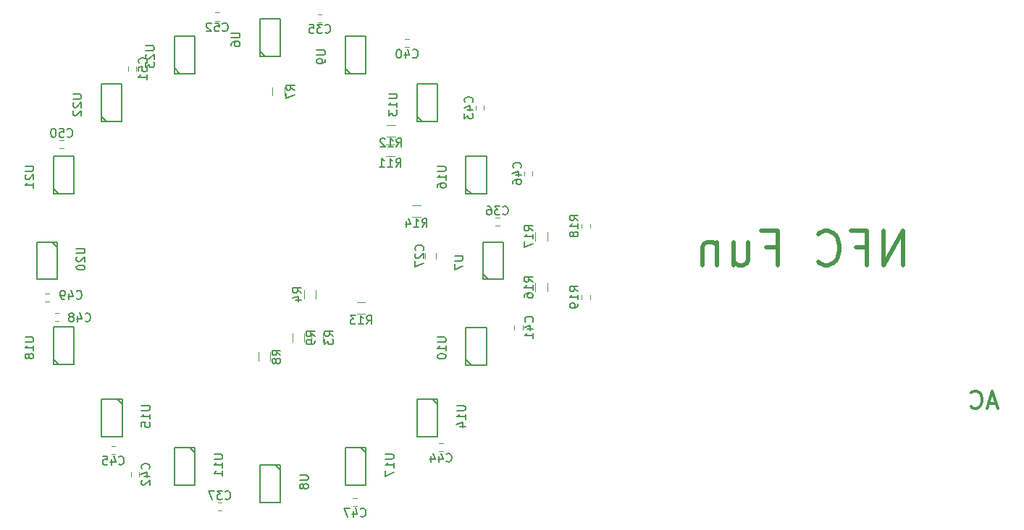
<source format=gbr>
G04 #@! TF.FileFunction,Legend,Bot*
%FSLAX46Y46*%
G04 Gerber Fmt 4.6, Leading zero omitted, Abs format (unit mm)*
G04 Created by KiCad (PCBNEW 4.0.6) date 05/01/18 07:54:48*
%MOMM*%
%LPD*%
G01*
G04 APERTURE LIST*
%ADD10C,0.100000*%
%ADD11C,0.300000*%
%ADD12C,0.500000*%
%ADD13C,0.120000*%
%ADD14C,0.150000*%
G04 APERTURE END LIST*
D10*
D11*
X172976991Y-82121333D02*
X172024610Y-82121333D01*
X173167467Y-82692762D02*
X172500800Y-80692762D01*
X171834133Y-82692762D01*
X170024609Y-82502286D02*
X170119847Y-82597524D01*
X170405562Y-82692762D01*
X170596038Y-82692762D01*
X170881752Y-82597524D01*
X171072228Y-82407048D01*
X171167467Y-82216571D01*
X171262705Y-81835619D01*
X171262705Y-81549905D01*
X171167467Y-81168952D01*
X171072228Y-80978476D01*
X170881752Y-80788000D01*
X170596038Y-80692762D01*
X170405562Y-80692762D01*
X170119847Y-80788000D01*
X170024609Y-80883238D01*
D12*
X162031485Y-65919124D02*
X162031485Y-61919124D01*
X159745771Y-65919124D01*
X159745771Y-61919124D01*
X156507676Y-63823886D02*
X157841009Y-63823886D01*
X157841009Y-65919124D02*
X157841009Y-61919124D01*
X155936247Y-61919124D01*
X152126724Y-65538171D02*
X152317200Y-65728648D01*
X152888629Y-65919124D01*
X153269581Y-65919124D01*
X153841009Y-65728648D01*
X154221962Y-65347695D01*
X154412438Y-64966743D01*
X154602914Y-64204838D01*
X154602914Y-63633410D01*
X154412438Y-62871505D01*
X154221962Y-62490552D01*
X153841009Y-62109600D01*
X153269581Y-61919124D01*
X152888629Y-61919124D01*
X152317200Y-62109600D01*
X152126724Y-62300076D01*
X146031486Y-63823886D02*
X147364819Y-63823886D01*
X147364819Y-65919124D02*
X147364819Y-61919124D01*
X145460057Y-61919124D01*
X142221962Y-63252457D02*
X142221962Y-65919124D01*
X143936248Y-63252457D02*
X143936248Y-65347695D01*
X143745772Y-65728648D01*
X143364819Y-65919124D01*
X142793391Y-65919124D01*
X142412439Y-65728648D01*
X142221962Y-65538171D01*
X140317200Y-63252457D02*
X140317200Y-65919124D01*
X140317200Y-63633410D02*
X140126724Y-63442933D01*
X139745771Y-63252457D01*
X139174343Y-63252457D01*
X138793391Y-63442933D01*
X138602914Y-63823886D01*
X138602914Y-65919124D01*
D13*
X106207000Y-64483500D02*
X106207000Y-65183500D01*
X107407000Y-65183500D02*
X107407000Y-64483500D01*
X94103000Y-37490500D02*
X93603000Y-37490500D01*
X93603000Y-36550500D02*
X94103000Y-36550500D01*
X114367500Y-60363000D02*
X114867500Y-60363000D01*
X114867500Y-61303000D02*
X114367500Y-61303000D01*
X81919000Y-93700500D02*
X82419000Y-93700500D01*
X82419000Y-94640500D02*
X81919000Y-94640500D01*
X104326500Y-40411500D02*
X103826500Y-40411500D01*
X103826500Y-39471500D02*
X104326500Y-39471500D01*
X117564000Y-72965500D02*
X117564000Y-73465500D01*
X116624000Y-73465500D02*
X116624000Y-72965500D01*
X72733000Y-90174000D02*
X72733000Y-90674000D01*
X71793000Y-90674000D02*
X71793000Y-90174000D01*
X112115500Y-47748000D02*
X112115500Y-47248000D01*
X113055500Y-47248000D02*
X113055500Y-47748000D01*
X108263500Y-87719000D02*
X107763500Y-87719000D01*
X107763500Y-86779000D02*
X108263500Y-86779000D01*
X69973000Y-88036500D02*
X69473000Y-88036500D01*
X69473000Y-87096500D02*
X69973000Y-87096500D01*
X117767000Y-55431500D02*
X117767000Y-54931500D01*
X118707000Y-54931500D02*
X118707000Y-55431500D01*
X98230500Y-94132500D02*
X97730500Y-94132500D01*
X97730500Y-93192500D02*
X98230500Y-93192500D01*
X62869000Y-71539000D02*
X63369000Y-71539000D01*
X63369000Y-72479000D02*
X62869000Y-72479000D01*
X92855500Y-73922000D02*
X92855500Y-74922000D01*
X94215500Y-74922000D02*
X94215500Y-73922000D01*
X93390000Y-69842000D02*
X93390000Y-68842000D01*
X92030000Y-68842000D02*
X92030000Y-69842000D01*
X88347000Y-45093000D02*
X88347000Y-46093000D01*
X89707000Y-46093000D02*
X89707000Y-45093000D01*
X86696000Y-76144500D02*
X86696000Y-77144500D01*
X88056000Y-77144500D02*
X88056000Y-76144500D01*
X90696500Y-73922000D02*
X90696500Y-74922000D01*
X92056500Y-74922000D02*
X92056500Y-73922000D01*
X102608000Y-51834500D02*
X101608000Y-51834500D01*
X101608000Y-53194500D02*
X102608000Y-53194500D01*
X102671500Y-49485000D02*
X101671500Y-49485000D01*
X101671500Y-50845000D02*
X102671500Y-50845000D01*
X99179000Y-70249500D02*
X98179000Y-70249500D01*
X98179000Y-71609500D02*
X99179000Y-71609500D01*
X105656000Y-58883000D02*
X104656000Y-58883000D01*
X104656000Y-60243000D02*
X105656000Y-60243000D01*
X120441000Y-69016500D02*
X120441000Y-68016500D01*
X119081000Y-68016500D02*
X119081000Y-69016500D01*
X120441000Y-63047500D02*
X120441000Y-62047500D01*
X119081000Y-62047500D02*
X119081000Y-63047500D01*
D14*
X87451000Y-41500000D02*
X86851000Y-40900000D01*
X86851000Y-37100000D02*
X86851000Y-41100000D01*
X89251000Y-41500000D02*
X89251000Y-37100000D01*
X86851000Y-41100000D02*
X86851000Y-41500000D01*
X89251000Y-37100000D02*
X86851000Y-37100000D01*
X89251000Y-41500000D02*
X86851000Y-41500000D01*
X113551000Y-67600000D02*
X112951000Y-67000000D01*
X112951000Y-63200000D02*
X112951000Y-67200000D01*
X115351000Y-67600000D02*
X115351000Y-63200000D01*
X112951000Y-67200000D02*
X112951000Y-67600000D01*
X115351000Y-63200000D02*
X112951000Y-63200000D01*
X115351000Y-67600000D02*
X112951000Y-67600000D01*
X88651000Y-89300000D02*
X89251000Y-89900000D01*
X89251000Y-93700000D02*
X89251000Y-89700000D01*
X86851000Y-89300000D02*
X86851000Y-93700000D01*
X89251000Y-89700000D02*
X89251000Y-89300000D01*
X86851000Y-93700000D02*
X89251000Y-93700000D01*
X86851000Y-89300000D02*
X89251000Y-89300000D01*
X97451000Y-43500000D02*
X96851000Y-42900000D01*
X96851000Y-39100000D02*
X96851000Y-43100000D01*
X99251000Y-43500000D02*
X99251000Y-39100000D01*
X96851000Y-43100000D02*
X96851000Y-43500000D01*
X99251000Y-39100000D02*
X96851000Y-39100000D01*
X99251000Y-43500000D02*
X96851000Y-43500000D01*
X111551000Y-77600000D02*
X110951000Y-77000000D01*
X110951000Y-73200000D02*
X110951000Y-77200000D01*
X113351000Y-77600000D02*
X113351000Y-73200000D01*
X110951000Y-77200000D02*
X110951000Y-77600000D01*
X113351000Y-73200000D02*
X110951000Y-73200000D01*
X113351000Y-77600000D02*
X110951000Y-77600000D01*
X78651000Y-87300000D02*
X79251000Y-87900000D01*
X79251000Y-91700000D02*
X79251000Y-87700000D01*
X76851000Y-87300000D02*
X76851000Y-91700000D01*
X79251000Y-87700000D02*
X79251000Y-87300000D01*
X76851000Y-91700000D02*
X79251000Y-91700000D01*
X76851000Y-87300000D02*
X79251000Y-87300000D01*
X105851000Y-49100000D02*
X105251000Y-48500000D01*
X105251000Y-44700000D02*
X105251000Y-48700000D01*
X107651000Y-49100000D02*
X107651000Y-44700000D01*
X105251000Y-48700000D02*
X105251000Y-49100000D01*
X107651000Y-44700000D02*
X105251000Y-44700000D01*
X107651000Y-49100000D02*
X105251000Y-49100000D01*
X107026000Y-81620000D02*
X107626000Y-82220000D01*
X107626000Y-86020000D02*
X107626000Y-82020000D01*
X105226000Y-81620000D02*
X105226000Y-86020000D01*
X107626000Y-82020000D02*
X107626000Y-81620000D01*
X105226000Y-86020000D02*
X107626000Y-86020000D01*
X105226000Y-81620000D02*
X107626000Y-81620000D01*
X70151000Y-81600000D02*
X70751000Y-82200000D01*
X70751000Y-86000000D02*
X70751000Y-82000000D01*
X68351000Y-81600000D02*
X68351000Y-86000000D01*
X70751000Y-82000000D02*
X70751000Y-81600000D01*
X68351000Y-86000000D02*
X70751000Y-86000000D01*
X68351000Y-81600000D02*
X70751000Y-81600000D01*
X111551000Y-57600000D02*
X110951000Y-57000000D01*
X110951000Y-53200000D02*
X110951000Y-57200000D01*
X113351000Y-57600000D02*
X113351000Y-53200000D01*
X110951000Y-57200000D02*
X110951000Y-57600000D01*
X113351000Y-53200000D02*
X110951000Y-53200000D01*
X113351000Y-57600000D02*
X110951000Y-57600000D01*
X98651000Y-87300000D02*
X99251000Y-87900000D01*
X99251000Y-91700000D02*
X99251000Y-87700000D01*
X96851000Y-87300000D02*
X96851000Y-91700000D01*
X99251000Y-87700000D02*
X99251000Y-87300000D01*
X96851000Y-91700000D02*
X99251000Y-91700000D01*
X96851000Y-87300000D02*
X99251000Y-87300000D01*
X63344500Y-77574500D02*
X62744500Y-76974500D01*
X62744500Y-73174500D02*
X62744500Y-77174500D01*
X65144500Y-77574500D02*
X65144500Y-73174500D01*
X62744500Y-77174500D02*
X62744500Y-77574500D01*
X65144500Y-73174500D02*
X62744500Y-73174500D01*
X65144500Y-77574500D02*
X62744500Y-77574500D01*
D13*
X124438000Y-61591000D02*
X124438000Y-61091000D01*
X125498000Y-61091000D02*
X125498000Y-61591000D01*
X124438000Y-69909500D02*
X124438000Y-69409500D01*
X125498000Y-69409500D02*
X125498000Y-69909500D01*
X62226000Y-70193000D02*
X61726000Y-70193000D01*
X61726000Y-69253000D02*
X62226000Y-69253000D01*
X63440500Y-51282500D02*
X63940500Y-51282500D01*
X63940500Y-52222500D02*
X63440500Y-52222500D01*
X72415500Y-42676000D02*
X72415500Y-43176000D01*
X71475500Y-43176000D02*
X71475500Y-42676000D01*
X82101500Y-37300000D02*
X81601500Y-37300000D01*
X81601500Y-36360000D02*
X82101500Y-36360000D01*
D14*
X62551000Y-63200000D02*
X63151000Y-63800000D01*
X63151000Y-67600000D02*
X63151000Y-63600000D01*
X60751000Y-63200000D02*
X60751000Y-67600000D01*
X63151000Y-63600000D02*
X63151000Y-63200000D01*
X60751000Y-67600000D02*
X63151000Y-67600000D01*
X60751000Y-63200000D02*
X63151000Y-63200000D01*
X63344500Y-57572000D02*
X62744500Y-56972000D01*
X62744500Y-53172000D02*
X62744500Y-57172000D01*
X65144500Y-57572000D02*
X65144500Y-53172000D01*
X62744500Y-57172000D02*
X62744500Y-57572000D01*
X65144500Y-53172000D02*
X62744500Y-53172000D01*
X65144500Y-57572000D02*
X62744500Y-57572000D01*
X68932500Y-49126500D02*
X68332500Y-48526500D01*
X68332500Y-44726500D02*
X68332500Y-48726500D01*
X70732500Y-49126500D02*
X70732500Y-44726500D01*
X68332500Y-48726500D02*
X68332500Y-49126500D01*
X70732500Y-44726500D02*
X68332500Y-44726500D01*
X70732500Y-49126500D02*
X68332500Y-49126500D01*
X77441500Y-43475000D02*
X76841500Y-42875000D01*
X76841500Y-39075000D02*
X76841500Y-43075000D01*
X79241500Y-43475000D02*
X79241500Y-39075000D01*
X76841500Y-43075000D02*
X76841500Y-43475000D01*
X79241500Y-39075000D02*
X76841500Y-39075000D01*
X79241500Y-43475000D02*
X76841500Y-43475000D01*
X105914143Y-64190643D02*
X105961762Y-64143024D01*
X106009381Y-64000167D01*
X106009381Y-63904929D01*
X105961762Y-63762071D01*
X105866524Y-63666833D01*
X105771286Y-63619214D01*
X105580810Y-63571595D01*
X105437952Y-63571595D01*
X105247476Y-63619214D01*
X105152238Y-63666833D01*
X105057000Y-63762071D01*
X105009381Y-63904929D01*
X105009381Y-64000167D01*
X105057000Y-64143024D01*
X105104619Y-64190643D01*
X105104619Y-64571595D02*
X105057000Y-64619214D01*
X105009381Y-64714452D01*
X105009381Y-64952548D01*
X105057000Y-65047786D01*
X105104619Y-65095405D01*
X105199857Y-65143024D01*
X105295095Y-65143024D01*
X105437952Y-65095405D01*
X106009381Y-64523976D01*
X106009381Y-65143024D01*
X105009381Y-65476357D02*
X105009381Y-66143024D01*
X106009381Y-65714452D01*
X94495857Y-38647643D02*
X94543476Y-38695262D01*
X94686333Y-38742881D01*
X94781571Y-38742881D01*
X94924429Y-38695262D01*
X95019667Y-38600024D01*
X95067286Y-38504786D01*
X95114905Y-38314310D01*
X95114905Y-38171452D01*
X95067286Y-37980976D01*
X95019667Y-37885738D01*
X94924429Y-37790500D01*
X94781571Y-37742881D01*
X94686333Y-37742881D01*
X94543476Y-37790500D01*
X94495857Y-37838119D01*
X94162524Y-37742881D02*
X93543476Y-37742881D01*
X93876810Y-38123833D01*
X93733952Y-38123833D01*
X93638714Y-38171452D01*
X93591095Y-38219071D01*
X93543476Y-38314310D01*
X93543476Y-38552405D01*
X93591095Y-38647643D01*
X93638714Y-38695262D01*
X93733952Y-38742881D01*
X94019667Y-38742881D01*
X94114905Y-38695262D01*
X94162524Y-38647643D01*
X92638714Y-37742881D02*
X93114905Y-37742881D01*
X93162524Y-38219071D01*
X93114905Y-38171452D01*
X93019667Y-38123833D01*
X92781571Y-38123833D01*
X92686333Y-38171452D01*
X92638714Y-38219071D01*
X92591095Y-38314310D01*
X92591095Y-38552405D01*
X92638714Y-38647643D01*
X92686333Y-38695262D01*
X92781571Y-38742881D01*
X93019667Y-38742881D01*
X93114905Y-38695262D01*
X93162524Y-38647643D01*
X115260357Y-59920143D02*
X115307976Y-59967762D01*
X115450833Y-60015381D01*
X115546071Y-60015381D01*
X115688929Y-59967762D01*
X115784167Y-59872524D01*
X115831786Y-59777286D01*
X115879405Y-59586810D01*
X115879405Y-59443952D01*
X115831786Y-59253476D01*
X115784167Y-59158238D01*
X115688929Y-59063000D01*
X115546071Y-59015381D01*
X115450833Y-59015381D01*
X115307976Y-59063000D01*
X115260357Y-59110619D01*
X114927024Y-59015381D02*
X114307976Y-59015381D01*
X114641310Y-59396333D01*
X114498452Y-59396333D01*
X114403214Y-59443952D01*
X114355595Y-59491571D01*
X114307976Y-59586810D01*
X114307976Y-59824905D01*
X114355595Y-59920143D01*
X114403214Y-59967762D01*
X114498452Y-60015381D01*
X114784167Y-60015381D01*
X114879405Y-59967762D01*
X114927024Y-59920143D01*
X113450833Y-59015381D02*
X113641310Y-59015381D01*
X113736548Y-59063000D01*
X113784167Y-59110619D01*
X113879405Y-59253476D01*
X113927024Y-59443952D01*
X113927024Y-59824905D01*
X113879405Y-59920143D01*
X113831786Y-59967762D01*
X113736548Y-60015381D01*
X113546071Y-60015381D01*
X113450833Y-59967762D01*
X113403214Y-59920143D01*
X113355595Y-59824905D01*
X113355595Y-59586810D01*
X113403214Y-59491571D01*
X113450833Y-59443952D01*
X113546071Y-59396333D01*
X113736548Y-59396333D01*
X113831786Y-59443952D01*
X113879405Y-59491571D01*
X113927024Y-59586810D01*
X82811857Y-93257643D02*
X82859476Y-93305262D01*
X83002333Y-93352881D01*
X83097571Y-93352881D01*
X83240429Y-93305262D01*
X83335667Y-93210024D01*
X83383286Y-93114786D01*
X83430905Y-92924310D01*
X83430905Y-92781452D01*
X83383286Y-92590976D01*
X83335667Y-92495738D01*
X83240429Y-92400500D01*
X83097571Y-92352881D01*
X83002333Y-92352881D01*
X82859476Y-92400500D01*
X82811857Y-92448119D01*
X82478524Y-92352881D02*
X81859476Y-92352881D01*
X82192810Y-92733833D01*
X82049952Y-92733833D01*
X81954714Y-92781452D01*
X81907095Y-92829071D01*
X81859476Y-92924310D01*
X81859476Y-93162405D01*
X81907095Y-93257643D01*
X81954714Y-93305262D01*
X82049952Y-93352881D01*
X82335667Y-93352881D01*
X82430905Y-93305262D01*
X82478524Y-93257643D01*
X81526143Y-92352881D02*
X80859476Y-92352881D01*
X81288048Y-93352881D01*
X104719357Y-41568643D02*
X104766976Y-41616262D01*
X104909833Y-41663881D01*
X105005071Y-41663881D01*
X105147929Y-41616262D01*
X105243167Y-41521024D01*
X105290786Y-41425786D01*
X105338405Y-41235310D01*
X105338405Y-41092452D01*
X105290786Y-40901976D01*
X105243167Y-40806738D01*
X105147929Y-40711500D01*
X105005071Y-40663881D01*
X104909833Y-40663881D01*
X104766976Y-40711500D01*
X104719357Y-40759119D01*
X103862214Y-40997214D02*
X103862214Y-41663881D01*
X104100310Y-40616262D02*
X104338405Y-41330548D01*
X103719357Y-41330548D01*
X103147929Y-40663881D02*
X103052690Y-40663881D01*
X102957452Y-40711500D01*
X102909833Y-40759119D01*
X102862214Y-40854357D01*
X102814595Y-41044833D01*
X102814595Y-41282929D01*
X102862214Y-41473405D01*
X102909833Y-41568643D01*
X102957452Y-41616262D01*
X103052690Y-41663881D01*
X103147929Y-41663881D01*
X103243167Y-41616262D01*
X103290786Y-41568643D01*
X103338405Y-41473405D01*
X103386024Y-41282929D01*
X103386024Y-41044833D01*
X103338405Y-40854357D01*
X103290786Y-40759119D01*
X103243167Y-40711500D01*
X103147929Y-40663881D01*
X118721143Y-72572643D02*
X118768762Y-72525024D01*
X118816381Y-72382167D01*
X118816381Y-72286929D01*
X118768762Y-72144071D01*
X118673524Y-72048833D01*
X118578286Y-72001214D01*
X118387810Y-71953595D01*
X118244952Y-71953595D01*
X118054476Y-72001214D01*
X117959238Y-72048833D01*
X117864000Y-72144071D01*
X117816381Y-72286929D01*
X117816381Y-72382167D01*
X117864000Y-72525024D01*
X117911619Y-72572643D01*
X118149714Y-73429786D02*
X118816381Y-73429786D01*
X117768762Y-73191690D02*
X118483048Y-72953595D01*
X118483048Y-73572643D01*
X118816381Y-74477405D02*
X118816381Y-73905976D01*
X118816381Y-74191690D02*
X117816381Y-74191690D01*
X117959238Y-74096452D01*
X118054476Y-74001214D01*
X118102095Y-73905976D01*
X73890143Y-89781143D02*
X73937762Y-89733524D01*
X73985381Y-89590667D01*
X73985381Y-89495429D01*
X73937762Y-89352571D01*
X73842524Y-89257333D01*
X73747286Y-89209714D01*
X73556810Y-89162095D01*
X73413952Y-89162095D01*
X73223476Y-89209714D01*
X73128238Y-89257333D01*
X73033000Y-89352571D01*
X72985381Y-89495429D01*
X72985381Y-89590667D01*
X73033000Y-89733524D01*
X73080619Y-89781143D01*
X73318714Y-90638286D02*
X73985381Y-90638286D01*
X72937762Y-90400190D02*
X73652048Y-90162095D01*
X73652048Y-90781143D01*
X73080619Y-91114476D02*
X73033000Y-91162095D01*
X72985381Y-91257333D01*
X72985381Y-91495429D01*
X73033000Y-91590667D01*
X73080619Y-91638286D01*
X73175857Y-91685905D01*
X73271095Y-91685905D01*
X73413952Y-91638286D01*
X73985381Y-91066857D01*
X73985381Y-91685905D01*
X111672643Y-46855143D02*
X111720262Y-46807524D01*
X111767881Y-46664667D01*
X111767881Y-46569429D01*
X111720262Y-46426571D01*
X111625024Y-46331333D01*
X111529786Y-46283714D01*
X111339310Y-46236095D01*
X111196452Y-46236095D01*
X111005976Y-46283714D01*
X110910738Y-46331333D01*
X110815500Y-46426571D01*
X110767881Y-46569429D01*
X110767881Y-46664667D01*
X110815500Y-46807524D01*
X110863119Y-46855143D01*
X111101214Y-47712286D02*
X111767881Y-47712286D01*
X110720262Y-47474190D02*
X111434548Y-47236095D01*
X111434548Y-47855143D01*
X110767881Y-48140857D02*
X110767881Y-48759905D01*
X111148833Y-48426571D01*
X111148833Y-48569429D01*
X111196452Y-48664667D01*
X111244071Y-48712286D01*
X111339310Y-48759905D01*
X111577405Y-48759905D01*
X111672643Y-48712286D01*
X111720262Y-48664667D01*
X111767881Y-48569429D01*
X111767881Y-48283714D01*
X111720262Y-48188476D01*
X111672643Y-48140857D01*
X108656357Y-88876143D02*
X108703976Y-88923762D01*
X108846833Y-88971381D01*
X108942071Y-88971381D01*
X109084929Y-88923762D01*
X109180167Y-88828524D01*
X109227786Y-88733286D01*
X109275405Y-88542810D01*
X109275405Y-88399952D01*
X109227786Y-88209476D01*
X109180167Y-88114238D01*
X109084929Y-88019000D01*
X108942071Y-87971381D01*
X108846833Y-87971381D01*
X108703976Y-88019000D01*
X108656357Y-88066619D01*
X107799214Y-88304714D02*
X107799214Y-88971381D01*
X108037310Y-87923762D02*
X108275405Y-88638048D01*
X107656357Y-88638048D01*
X106846833Y-88304714D02*
X106846833Y-88971381D01*
X107084929Y-87923762D02*
X107323024Y-88638048D01*
X106703976Y-88638048D01*
X70365857Y-89193643D02*
X70413476Y-89241262D01*
X70556333Y-89288881D01*
X70651571Y-89288881D01*
X70794429Y-89241262D01*
X70889667Y-89146024D01*
X70937286Y-89050786D01*
X70984905Y-88860310D01*
X70984905Y-88717452D01*
X70937286Y-88526976D01*
X70889667Y-88431738D01*
X70794429Y-88336500D01*
X70651571Y-88288881D01*
X70556333Y-88288881D01*
X70413476Y-88336500D01*
X70365857Y-88384119D01*
X69508714Y-88622214D02*
X69508714Y-89288881D01*
X69746810Y-88241262D02*
X69984905Y-88955548D01*
X69365857Y-88955548D01*
X68508714Y-88288881D02*
X68984905Y-88288881D01*
X69032524Y-88765071D01*
X68984905Y-88717452D01*
X68889667Y-88669833D01*
X68651571Y-88669833D01*
X68556333Y-88717452D01*
X68508714Y-88765071D01*
X68461095Y-88860310D01*
X68461095Y-89098405D01*
X68508714Y-89193643D01*
X68556333Y-89241262D01*
X68651571Y-89288881D01*
X68889667Y-89288881D01*
X68984905Y-89241262D01*
X69032524Y-89193643D01*
X117324143Y-54538643D02*
X117371762Y-54491024D01*
X117419381Y-54348167D01*
X117419381Y-54252929D01*
X117371762Y-54110071D01*
X117276524Y-54014833D01*
X117181286Y-53967214D01*
X116990810Y-53919595D01*
X116847952Y-53919595D01*
X116657476Y-53967214D01*
X116562238Y-54014833D01*
X116467000Y-54110071D01*
X116419381Y-54252929D01*
X116419381Y-54348167D01*
X116467000Y-54491024D01*
X116514619Y-54538643D01*
X116752714Y-55395786D02*
X117419381Y-55395786D01*
X116371762Y-55157690D02*
X117086048Y-54919595D01*
X117086048Y-55538643D01*
X116419381Y-56348167D02*
X116419381Y-56157690D01*
X116467000Y-56062452D01*
X116514619Y-56014833D01*
X116657476Y-55919595D01*
X116847952Y-55871976D01*
X117228905Y-55871976D01*
X117324143Y-55919595D01*
X117371762Y-55967214D01*
X117419381Y-56062452D01*
X117419381Y-56252929D01*
X117371762Y-56348167D01*
X117324143Y-56395786D01*
X117228905Y-56443405D01*
X116990810Y-56443405D01*
X116895571Y-56395786D01*
X116847952Y-56348167D01*
X116800333Y-56252929D01*
X116800333Y-56062452D01*
X116847952Y-55967214D01*
X116895571Y-55919595D01*
X116990810Y-55871976D01*
X98623357Y-95289643D02*
X98670976Y-95337262D01*
X98813833Y-95384881D01*
X98909071Y-95384881D01*
X99051929Y-95337262D01*
X99147167Y-95242024D01*
X99194786Y-95146786D01*
X99242405Y-94956310D01*
X99242405Y-94813452D01*
X99194786Y-94622976D01*
X99147167Y-94527738D01*
X99051929Y-94432500D01*
X98909071Y-94384881D01*
X98813833Y-94384881D01*
X98670976Y-94432500D01*
X98623357Y-94480119D01*
X97766214Y-94718214D02*
X97766214Y-95384881D01*
X98004310Y-94337262D02*
X98242405Y-95051548D01*
X97623357Y-95051548D01*
X97337643Y-94384881D02*
X96670976Y-94384881D01*
X97099548Y-95384881D01*
X66428857Y-72442343D02*
X66476476Y-72489962D01*
X66619333Y-72537581D01*
X66714571Y-72537581D01*
X66857429Y-72489962D01*
X66952667Y-72394724D01*
X67000286Y-72299486D01*
X67047905Y-72109010D01*
X67047905Y-71966152D01*
X67000286Y-71775676D01*
X66952667Y-71680438D01*
X66857429Y-71585200D01*
X66714571Y-71537581D01*
X66619333Y-71537581D01*
X66476476Y-71585200D01*
X66428857Y-71632819D01*
X65571714Y-71870914D02*
X65571714Y-72537581D01*
X65809810Y-71489962D02*
X66047905Y-72204248D01*
X65428857Y-72204248D01*
X64905048Y-71966152D02*
X65000286Y-71918533D01*
X65047905Y-71870914D01*
X65095524Y-71775676D01*
X65095524Y-71728057D01*
X65047905Y-71632819D01*
X65000286Y-71585200D01*
X64905048Y-71537581D01*
X64714571Y-71537581D01*
X64619333Y-71585200D01*
X64571714Y-71632819D01*
X64524095Y-71728057D01*
X64524095Y-71775676D01*
X64571714Y-71870914D01*
X64619333Y-71918533D01*
X64714571Y-71966152D01*
X64905048Y-71966152D01*
X65000286Y-72013771D01*
X65047905Y-72061390D01*
X65095524Y-72156629D01*
X65095524Y-72347105D01*
X65047905Y-72442343D01*
X65000286Y-72489962D01*
X64905048Y-72537581D01*
X64714571Y-72537581D01*
X64619333Y-72489962D01*
X64571714Y-72442343D01*
X64524095Y-72347105D01*
X64524095Y-72156629D01*
X64571714Y-72061390D01*
X64619333Y-72013771D01*
X64714571Y-71966152D01*
X95437881Y-74255334D02*
X94961690Y-73922000D01*
X95437881Y-73683905D02*
X94437881Y-73683905D01*
X94437881Y-74064858D01*
X94485500Y-74160096D01*
X94533119Y-74207715D01*
X94628357Y-74255334D01*
X94771214Y-74255334D01*
X94866452Y-74207715D01*
X94914071Y-74160096D01*
X94961690Y-74064858D01*
X94961690Y-73683905D01*
X94437881Y-74588667D02*
X94437881Y-75207715D01*
X94818833Y-74874381D01*
X94818833Y-75017239D01*
X94866452Y-75112477D01*
X94914071Y-75160096D01*
X95009310Y-75207715D01*
X95247405Y-75207715D01*
X95342643Y-75160096D01*
X95390262Y-75112477D01*
X95437881Y-75017239D01*
X95437881Y-74731524D01*
X95390262Y-74636286D01*
X95342643Y-74588667D01*
X91712381Y-69175334D02*
X91236190Y-68842000D01*
X91712381Y-68603905D02*
X90712381Y-68603905D01*
X90712381Y-68984858D01*
X90760000Y-69080096D01*
X90807619Y-69127715D01*
X90902857Y-69175334D01*
X91045714Y-69175334D01*
X91140952Y-69127715D01*
X91188571Y-69080096D01*
X91236190Y-68984858D01*
X91236190Y-68603905D01*
X91045714Y-70032477D02*
X91712381Y-70032477D01*
X90664762Y-69794381D02*
X91379048Y-69556286D01*
X91379048Y-70175334D01*
X90929381Y-45426334D02*
X90453190Y-45093000D01*
X90929381Y-44854905D02*
X89929381Y-44854905D01*
X89929381Y-45235858D01*
X89977000Y-45331096D01*
X90024619Y-45378715D01*
X90119857Y-45426334D01*
X90262714Y-45426334D01*
X90357952Y-45378715D01*
X90405571Y-45331096D01*
X90453190Y-45235858D01*
X90453190Y-44854905D01*
X89929381Y-45759667D02*
X89929381Y-46426334D01*
X90929381Y-45997762D01*
X89278381Y-76477834D02*
X88802190Y-76144500D01*
X89278381Y-75906405D02*
X88278381Y-75906405D01*
X88278381Y-76287358D01*
X88326000Y-76382596D01*
X88373619Y-76430215D01*
X88468857Y-76477834D01*
X88611714Y-76477834D01*
X88706952Y-76430215D01*
X88754571Y-76382596D01*
X88802190Y-76287358D01*
X88802190Y-75906405D01*
X88706952Y-77049262D02*
X88659333Y-76954024D01*
X88611714Y-76906405D01*
X88516476Y-76858786D01*
X88468857Y-76858786D01*
X88373619Y-76906405D01*
X88326000Y-76954024D01*
X88278381Y-77049262D01*
X88278381Y-77239739D01*
X88326000Y-77334977D01*
X88373619Y-77382596D01*
X88468857Y-77430215D01*
X88516476Y-77430215D01*
X88611714Y-77382596D01*
X88659333Y-77334977D01*
X88706952Y-77239739D01*
X88706952Y-77049262D01*
X88754571Y-76954024D01*
X88802190Y-76906405D01*
X88897429Y-76858786D01*
X89087905Y-76858786D01*
X89183143Y-76906405D01*
X89230762Y-76954024D01*
X89278381Y-77049262D01*
X89278381Y-77239739D01*
X89230762Y-77334977D01*
X89183143Y-77382596D01*
X89087905Y-77430215D01*
X88897429Y-77430215D01*
X88802190Y-77382596D01*
X88754571Y-77334977D01*
X88706952Y-77239739D01*
X93278881Y-74255334D02*
X92802690Y-73922000D01*
X93278881Y-73683905D02*
X92278881Y-73683905D01*
X92278881Y-74064858D01*
X92326500Y-74160096D01*
X92374119Y-74207715D01*
X92469357Y-74255334D01*
X92612214Y-74255334D01*
X92707452Y-74207715D01*
X92755071Y-74160096D01*
X92802690Y-74064858D01*
X92802690Y-73683905D01*
X93278881Y-74731524D02*
X93278881Y-74922000D01*
X93231262Y-75017239D01*
X93183643Y-75064858D01*
X93040786Y-75160096D01*
X92850310Y-75207715D01*
X92469357Y-75207715D01*
X92374119Y-75160096D01*
X92326500Y-75112477D01*
X92278881Y-75017239D01*
X92278881Y-74826762D01*
X92326500Y-74731524D01*
X92374119Y-74683905D01*
X92469357Y-74636286D01*
X92707452Y-74636286D01*
X92802690Y-74683905D01*
X92850310Y-74731524D01*
X92897929Y-74826762D01*
X92897929Y-75017239D01*
X92850310Y-75112477D01*
X92802690Y-75160096D01*
X92707452Y-75207715D01*
X102750857Y-54416881D02*
X103084191Y-53940690D01*
X103322286Y-54416881D02*
X103322286Y-53416881D01*
X102941333Y-53416881D01*
X102846095Y-53464500D01*
X102798476Y-53512119D01*
X102750857Y-53607357D01*
X102750857Y-53750214D01*
X102798476Y-53845452D01*
X102846095Y-53893071D01*
X102941333Y-53940690D01*
X103322286Y-53940690D01*
X101798476Y-54416881D02*
X102369905Y-54416881D01*
X102084191Y-54416881D02*
X102084191Y-53416881D01*
X102179429Y-53559738D01*
X102274667Y-53654976D01*
X102369905Y-53702595D01*
X100846095Y-54416881D02*
X101417524Y-54416881D01*
X101131810Y-54416881D02*
X101131810Y-53416881D01*
X101227048Y-53559738D01*
X101322286Y-53654976D01*
X101417524Y-53702595D01*
X102814357Y-52067381D02*
X103147691Y-51591190D01*
X103385786Y-52067381D02*
X103385786Y-51067381D01*
X103004833Y-51067381D01*
X102909595Y-51115000D01*
X102861976Y-51162619D01*
X102814357Y-51257857D01*
X102814357Y-51400714D01*
X102861976Y-51495952D01*
X102909595Y-51543571D01*
X103004833Y-51591190D01*
X103385786Y-51591190D01*
X101861976Y-52067381D02*
X102433405Y-52067381D01*
X102147691Y-52067381D02*
X102147691Y-51067381D01*
X102242929Y-51210238D01*
X102338167Y-51305476D01*
X102433405Y-51353095D01*
X101481024Y-51162619D02*
X101433405Y-51115000D01*
X101338167Y-51067381D01*
X101100071Y-51067381D01*
X101004833Y-51115000D01*
X100957214Y-51162619D01*
X100909595Y-51257857D01*
X100909595Y-51353095D01*
X100957214Y-51495952D01*
X101528643Y-52067381D01*
X100909595Y-52067381D01*
X99321857Y-72831881D02*
X99655191Y-72355690D01*
X99893286Y-72831881D02*
X99893286Y-71831881D01*
X99512333Y-71831881D01*
X99417095Y-71879500D01*
X99369476Y-71927119D01*
X99321857Y-72022357D01*
X99321857Y-72165214D01*
X99369476Y-72260452D01*
X99417095Y-72308071D01*
X99512333Y-72355690D01*
X99893286Y-72355690D01*
X98369476Y-72831881D02*
X98940905Y-72831881D01*
X98655191Y-72831881D02*
X98655191Y-71831881D01*
X98750429Y-71974738D01*
X98845667Y-72069976D01*
X98940905Y-72117595D01*
X98036143Y-71831881D02*
X97417095Y-71831881D01*
X97750429Y-72212833D01*
X97607571Y-72212833D01*
X97512333Y-72260452D01*
X97464714Y-72308071D01*
X97417095Y-72403310D01*
X97417095Y-72641405D01*
X97464714Y-72736643D01*
X97512333Y-72784262D01*
X97607571Y-72831881D01*
X97893286Y-72831881D01*
X97988524Y-72784262D01*
X98036143Y-72736643D01*
X105798857Y-61465381D02*
X106132191Y-60989190D01*
X106370286Y-61465381D02*
X106370286Y-60465381D01*
X105989333Y-60465381D01*
X105894095Y-60513000D01*
X105846476Y-60560619D01*
X105798857Y-60655857D01*
X105798857Y-60798714D01*
X105846476Y-60893952D01*
X105894095Y-60941571D01*
X105989333Y-60989190D01*
X106370286Y-60989190D01*
X104846476Y-61465381D02*
X105417905Y-61465381D01*
X105132191Y-61465381D02*
X105132191Y-60465381D01*
X105227429Y-60608238D01*
X105322667Y-60703476D01*
X105417905Y-60751095D01*
X103989333Y-60798714D02*
X103989333Y-61465381D01*
X104227429Y-60417762D02*
X104465524Y-61132048D01*
X103846476Y-61132048D01*
X118763381Y-67873643D02*
X118287190Y-67540309D01*
X118763381Y-67302214D02*
X117763381Y-67302214D01*
X117763381Y-67683167D01*
X117811000Y-67778405D01*
X117858619Y-67826024D01*
X117953857Y-67873643D01*
X118096714Y-67873643D01*
X118191952Y-67826024D01*
X118239571Y-67778405D01*
X118287190Y-67683167D01*
X118287190Y-67302214D01*
X118763381Y-68826024D02*
X118763381Y-68254595D01*
X118763381Y-68540309D02*
X117763381Y-68540309D01*
X117906238Y-68445071D01*
X118001476Y-68349833D01*
X118049095Y-68254595D01*
X117763381Y-69683167D02*
X117763381Y-69492690D01*
X117811000Y-69397452D01*
X117858619Y-69349833D01*
X118001476Y-69254595D01*
X118191952Y-69206976D01*
X118572905Y-69206976D01*
X118668143Y-69254595D01*
X118715762Y-69302214D01*
X118763381Y-69397452D01*
X118763381Y-69587929D01*
X118715762Y-69683167D01*
X118668143Y-69730786D01*
X118572905Y-69778405D01*
X118334810Y-69778405D01*
X118239571Y-69730786D01*
X118191952Y-69683167D01*
X118144333Y-69587929D01*
X118144333Y-69397452D01*
X118191952Y-69302214D01*
X118239571Y-69254595D01*
X118334810Y-69206976D01*
X118763381Y-61904643D02*
X118287190Y-61571309D01*
X118763381Y-61333214D02*
X117763381Y-61333214D01*
X117763381Y-61714167D01*
X117811000Y-61809405D01*
X117858619Y-61857024D01*
X117953857Y-61904643D01*
X118096714Y-61904643D01*
X118191952Y-61857024D01*
X118239571Y-61809405D01*
X118287190Y-61714167D01*
X118287190Y-61333214D01*
X118763381Y-62857024D02*
X118763381Y-62285595D01*
X118763381Y-62571309D02*
X117763381Y-62571309D01*
X117906238Y-62476071D01*
X118001476Y-62380833D01*
X118049095Y-62285595D01*
X117763381Y-63190357D02*
X117763381Y-63857024D01*
X118763381Y-63428452D01*
X83503381Y-38738095D02*
X84312905Y-38738095D01*
X84408143Y-38785714D01*
X84455762Y-38833333D01*
X84503381Y-38928571D01*
X84503381Y-39119048D01*
X84455762Y-39214286D01*
X84408143Y-39261905D01*
X84312905Y-39309524D01*
X83503381Y-39309524D01*
X83503381Y-40214286D02*
X83503381Y-40023809D01*
X83551000Y-39928571D01*
X83598619Y-39880952D01*
X83741476Y-39785714D01*
X83931952Y-39738095D01*
X84312905Y-39738095D01*
X84408143Y-39785714D01*
X84455762Y-39833333D01*
X84503381Y-39928571D01*
X84503381Y-40119048D01*
X84455762Y-40214286D01*
X84408143Y-40261905D01*
X84312905Y-40309524D01*
X84074810Y-40309524D01*
X83979571Y-40261905D01*
X83931952Y-40214286D01*
X83884333Y-40119048D01*
X83884333Y-39928571D01*
X83931952Y-39833333D01*
X83979571Y-39785714D01*
X84074810Y-39738095D01*
X109603381Y-64838095D02*
X110412905Y-64838095D01*
X110508143Y-64885714D01*
X110555762Y-64933333D01*
X110603381Y-65028571D01*
X110603381Y-65219048D01*
X110555762Y-65314286D01*
X110508143Y-65361905D01*
X110412905Y-65409524D01*
X109603381Y-65409524D01*
X109603381Y-65790476D02*
X109603381Y-66457143D01*
X110603381Y-66028571D01*
X91503381Y-90538095D02*
X92312905Y-90538095D01*
X92408143Y-90585714D01*
X92455762Y-90633333D01*
X92503381Y-90728571D01*
X92503381Y-90919048D01*
X92455762Y-91014286D01*
X92408143Y-91061905D01*
X92312905Y-91109524D01*
X91503381Y-91109524D01*
X91931952Y-91728571D02*
X91884333Y-91633333D01*
X91836714Y-91585714D01*
X91741476Y-91538095D01*
X91693857Y-91538095D01*
X91598619Y-91585714D01*
X91551000Y-91633333D01*
X91503381Y-91728571D01*
X91503381Y-91919048D01*
X91551000Y-92014286D01*
X91598619Y-92061905D01*
X91693857Y-92109524D01*
X91741476Y-92109524D01*
X91836714Y-92061905D01*
X91884333Y-92014286D01*
X91931952Y-91919048D01*
X91931952Y-91728571D01*
X91979571Y-91633333D01*
X92027190Y-91585714D01*
X92122429Y-91538095D01*
X92312905Y-91538095D01*
X92408143Y-91585714D01*
X92455762Y-91633333D01*
X92503381Y-91728571D01*
X92503381Y-91919048D01*
X92455762Y-92014286D01*
X92408143Y-92061905D01*
X92312905Y-92109524D01*
X92122429Y-92109524D01*
X92027190Y-92061905D01*
X91979571Y-92014286D01*
X91931952Y-91919048D01*
X93503381Y-40738095D02*
X94312905Y-40738095D01*
X94408143Y-40785714D01*
X94455762Y-40833333D01*
X94503381Y-40928571D01*
X94503381Y-41119048D01*
X94455762Y-41214286D01*
X94408143Y-41261905D01*
X94312905Y-41309524D01*
X93503381Y-41309524D01*
X94503381Y-41833333D02*
X94503381Y-42023809D01*
X94455762Y-42119048D01*
X94408143Y-42166667D01*
X94265286Y-42261905D01*
X94074810Y-42309524D01*
X93693857Y-42309524D01*
X93598619Y-42261905D01*
X93551000Y-42214286D01*
X93503381Y-42119048D01*
X93503381Y-41928571D01*
X93551000Y-41833333D01*
X93598619Y-41785714D01*
X93693857Y-41738095D01*
X93931952Y-41738095D01*
X94027190Y-41785714D01*
X94074810Y-41833333D01*
X94122429Y-41928571D01*
X94122429Y-42119048D01*
X94074810Y-42214286D01*
X94027190Y-42261905D01*
X93931952Y-42309524D01*
X107603381Y-74361905D02*
X108412905Y-74361905D01*
X108508143Y-74409524D01*
X108555762Y-74457143D01*
X108603381Y-74552381D01*
X108603381Y-74742858D01*
X108555762Y-74838096D01*
X108508143Y-74885715D01*
X108412905Y-74933334D01*
X107603381Y-74933334D01*
X108603381Y-75933334D02*
X108603381Y-75361905D01*
X108603381Y-75647619D02*
X107603381Y-75647619D01*
X107746238Y-75552381D01*
X107841476Y-75457143D01*
X107889095Y-75361905D01*
X107603381Y-76552381D02*
X107603381Y-76647620D01*
X107651000Y-76742858D01*
X107698619Y-76790477D01*
X107793857Y-76838096D01*
X107984333Y-76885715D01*
X108222429Y-76885715D01*
X108412905Y-76838096D01*
X108508143Y-76790477D01*
X108555762Y-76742858D01*
X108603381Y-76647620D01*
X108603381Y-76552381D01*
X108555762Y-76457143D01*
X108508143Y-76409524D01*
X108412905Y-76361905D01*
X108222429Y-76314286D01*
X107984333Y-76314286D01*
X107793857Y-76361905D01*
X107698619Y-76409524D01*
X107651000Y-76457143D01*
X107603381Y-76552381D01*
X81503381Y-88061905D02*
X82312905Y-88061905D01*
X82408143Y-88109524D01*
X82455762Y-88157143D01*
X82503381Y-88252381D01*
X82503381Y-88442858D01*
X82455762Y-88538096D01*
X82408143Y-88585715D01*
X82312905Y-88633334D01*
X81503381Y-88633334D01*
X82503381Y-89633334D02*
X82503381Y-89061905D01*
X82503381Y-89347619D02*
X81503381Y-89347619D01*
X81646238Y-89252381D01*
X81741476Y-89157143D01*
X81789095Y-89061905D01*
X82503381Y-90585715D02*
X82503381Y-90014286D01*
X82503381Y-90300000D02*
X81503381Y-90300000D01*
X81646238Y-90204762D01*
X81741476Y-90109524D01*
X81789095Y-90014286D01*
X101903381Y-45861905D02*
X102712905Y-45861905D01*
X102808143Y-45909524D01*
X102855762Y-45957143D01*
X102903381Y-46052381D01*
X102903381Y-46242858D01*
X102855762Y-46338096D01*
X102808143Y-46385715D01*
X102712905Y-46433334D01*
X101903381Y-46433334D01*
X102903381Y-47433334D02*
X102903381Y-46861905D01*
X102903381Y-47147619D02*
X101903381Y-47147619D01*
X102046238Y-47052381D01*
X102141476Y-46957143D01*
X102189095Y-46861905D01*
X101903381Y-47766667D02*
X101903381Y-48385715D01*
X102284333Y-48052381D01*
X102284333Y-48195239D01*
X102331952Y-48290477D01*
X102379571Y-48338096D01*
X102474810Y-48385715D01*
X102712905Y-48385715D01*
X102808143Y-48338096D01*
X102855762Y-48290477D01*
X102903381Y-48195239D01*
X102903381Y-47909524D01*
X102855762Y-47814286D01*
X102808143Y-47766667D01*
X109878381Y-82381905D02*
X110687905Y-82381905D01*
X110783143Y-82429524D01*
X110830762Y-82477143D01*
X110878381Y-82572381D01*
X110878381Y-82762858D01*
X110830762Y-82858096D01*
X110783143Y-82905715D01*
X110687905Y-82953334D01*
X109878381Y-82953334D01*
X110878381Y-83953334D02*
X110878381Y-83381905D01*
X110878381Y-83667619D02*
X109878381Y-83667619D01*
X110021238Y-83572381D01*
X110116476Y-83477143D01*
X110164095Y-83381905D01*
X110211714Y-84810477D02*
X110878381Y-84810477D01*
X109830762Y-84572381D02*
X110545048Y-84334286D01*
X110545048Y-84953334D01*
X73003381Y-82361905D02*
X73812905Y-82361905D01*
X73908143Y-82409524D01*
X73955762Y-82457143D01*
X74003381Y-82552381D01*
X74003381Y-82742858D01*
X73955762Y-82838096D01*
X73908143Y-82885715D01*
X73812905Y-82933334D01*
X73003381Y-82933334D01*
X74003381Y-83933334D02*
X74003381Y-83361905D01*
X74003381Y-83647619D02*
X73003381Y-83647619D01*
X73146238Y-83552381D01*
X73241476Y-83457143D01*
X73289095Y-83361905D01*
X73003381Y-84838096D02*
X73003381Y-84361905D01*
X73479571Y-84314286D01*
X73431952Y-84361905D01*
X73384333Y-84457143D01*
X73384333Y-84695239D01*
X73431952Y-84790477D01*
X73479571Y-84838096D01*
X73574810Y-84885715D01*
X73812905Y-84885715D01*
X73908143Y-84838096D01*
X73955762Y-84790477D01*
X74003381Y-84695239D01*
X74003381Y-84457143D01*
X73955762Y-84361905D01*
X73908143Y-84314286D01*
X107603381Y-54361905D02*
X108412905Y-54361905D01*
X108508143Y-54409524D01*
X108555762Y-54457143D01*
X108603381Y-54552381D01*
X108603381Y-54742858D01*
X108555762Y-54838096D01*
X108508143Y-54885715D01*
X108412905Y-54933334D01*
X107603381Y-54933334D01*
X108603381Y-55933334D02*
X108603381Y-55361905D01*
X108603381Y-55647619D02*
X107603381Y-55647619D01*
X107746238Y-55552381D01*
X107841476Y-55457143D01*
X107889095Y-55361905D01*
X107603381Y-56790477D02*
X107603381Y-56600000D01*
X107651000Y-56504762D01*
X107698619Y-56457143D01*
X107841476Y-56361905D01*
X108031952Y-56314286D01*
X108412905Y-56314286D01*
X108508143Y-56361905D01*
X108555762Y-56409524D01*
X108603381Y-56504762D01*
X108603381Y-56695239D01*
X108555762Y-56790477D01*
X108508143Y-56838096D01*
X108412905Y-56885715D01*
X108174810Y-56885715D01*
X108079571Y-56838096D01*
X108031952Y-56790477D01*
X107984333Y-56695239D01*
X107984333Y-56504762D01*
X108031952Y-56409524D01*
X108079571Y-56361905D01*
X108174810Y-56314286D01*
X101503381Y-88061905D02*
X102312905Y-88061905D01*
X102408143Y-88109524D01*
X102455762Y-88157143D01*
X102503381Y-88252381D01*
X102503381Y-88442858D01*
X102455762Y-88538096D01*
X102408143Y-88585715D01*
X102312905Y-88633334D01*
X101503381Y-88633334D01*
X102503381Y-89633334D02*
X102503381Y-89061905D01*
X102503381Y-89347619D02*
X101503381Y-89347619D01*
X101646238Y-89252381D01*
X101741476Y-89157143D01*
X101789095Y-89061905D01*
X101503381Y-89966667D02*
X101503381Y-90633334D01*
X102503381Y-90204762D01*
X59396881Y-74336405D02*
X60206405Y-74336405D01*
X60301643Y-74384024D01*
X60349262Y-74431643D01*
X60396881Y-74526881D01*
X60396881Y-74717358D01*
X60349262Y-74812596D01*
X60301643Y-74860215D01*
X60206405Y-74907834D01*
X59396881Y-74907834D01*
X60396881Y-75907834D02*
X60396881Y-75336405D01*
X60396881Y-75622119D02*
X59396881Y-75622119D01*
X59539738Y-75526881D01*
X59634976Y-75431643D01*
X59682595Y-75336405D01*
X59825452Y-76479262D02*
X59777833Y-76384024D01*
X59730214Y-76336405D01*
X59634976Y-76288786D01*
X59587357Y-76288786D01*
X59492119Y-76336405D01*
X59444500Y-76384024D01*
X59396881Y-76479262D01*
X59396881Y-76669739D01*
X59444500Y-76764977D01*
X59492119Y-76812596D01*
X59587357Y-76860215D01*
X59634976Y-76860215D01*
X59730214Y-76812596D01*
X59777833Y-76764977D01*
X59825452Y-76669739D01*
X59825452Y-76479262D01*
X59873071Y-76384024D01*
X59920690Y-76336405D01*
X60015929Y-76288786D01*
X60206405Y-76288786D01*
X60301643Y-76336405D01*
X60349262Y-76384024D01*
X60396881Y-76479262D01*
X60396881Y-76669739D01*
X60349262Y-76764977D01*
X60301643Y-76812596D01*
X60206405Y-76860215D01*
X60015929Y-76860215D01*
X59920690Y-76812596D01*
X59873071Y-76764977D01*
X59825452Y-76669739D01*
X124070381Y-60698143D02*
X123594190Y-60364809D01*
X124070381Y-60126714D02*
X123070381Y-60126714D01*
X123070381Y-60507667D01*
X123118000Y-60602905D01*
X123165619Y-60650524D01*
X123260857Y-60698143D01*
X123403714Y-60698143D01*
X123498952Y-60650524D01*
X123546571Y-60602905D01*
X123594190Y-60507667D01*
X123594190Y-60126714D01*
X124070381Y-61650524D02*
X124070381Y-61079095D01*
X124070381Y-61364809D02*
X123070381Y-61364809D01*
X123213238Y-61269571D01*
X123308476Y-61174333D01*
X123356095Y-61079095D01*
X123498952Y-62221952D02*
X123451333Y-62126714D01*
X123403714Y-62079095D01*
X123308476Y-62031476D01*
X123260857Y-62031476D01*
X123165619Y-62079095D01*
X123118000Y-62126714D01*
X123070381Y-62221952D01*
X123070381Y-62412429D01*
X123118000Y-62507667D01*
X123165619Y-62555286D01*
X123260857Y-62602905D01*
X123308476Y-62602905D01*
X123403714Y-62555286D01*
X123451333Y-62507667D01*
X123498952Y-62412429D01*
X123498952Y-62221952D01*
X123546571Y-62126714D01*
X123594190Y-62079095D01*
X123689429Y-62031476D01*
X123879905Y-62031476D01*
X123975143Y-62079095D01*
X124022762Y-62126714D01*
X124070381Y-62221952D01*
X124070381Y-62412429D01*
X124022762Y-62507667D01*
X123975143Y-62555286D01*
X123879905Y-62602905D01*
X123689429Y-62602905D01*
X123594190Y-62555286D01*
X123546571Y-62507667D01*
X123498952Y-62412429D01*
X124070381Y-69016643D02*
X123594190Y-68683309D01*
X124070381Y-68445214D02*
X123070381Y-68445214D01*
X123070381Y-68826167D01*
X123118000Y-68921405D01*
X123165619Y-68969024D01*
X123260857Y-69016643D01*
X123403714Y-69016643D01*
X123498952Y-68969024D01*
X123546571Y-68921405D01*
X123594190Y-68826167D01*
X123594190Y-68445214D01*
X124070381Y-69969024D02*
X124070381Y-69397595D01*
X124070381Y-69683309D02*
X123070381Y-69683309D01*
X123213238Y-69588071D01*
X123308476Y-69492833D01*
X123356095Y-69397595D01*
X124070381Y-70445214D02*
X124070381Y-70635690D01*
X124022762Y-70730929D01*
X123975143Y-70778548D01*
X123832286Y-70873786D01*
X123641810Y-70921405D01*
X123260857Y-70921405D01*
X123165619Y-70873786D01*
X123118000Y-70826167D01*
X123070381Y-70730929D01*
X123070381Y-70540452D01*
X123118000Y-70445214D01*
X123165619Y-70397595D01*
X123260857Y-70349976D01*
X123498952Y-70349976D01*
X123594190Y-70397595D01*
X123641810Y-70445214D01*
X123689429Y-70540452D01*
X123689429Y-70730929D01*
X123641810Y-70826167D01*
X123594190Y-70873786D01*
X123498952Y-70921405D01*
X65412857Y-69800743D02*
X65460476Y-69848362D01*
X65603333Y-69895981D01*
X65698571Y-69895981D01*
X65841429Y-69848362D01*
X65936667Y-69753124D01*
X65984286Y-69657886D01*
X66031905Y-69467410D01*
X66031905Y-69324552D01*
X65984286Y-69134076D01*
X65936667Y-69038838D01*
X65841429Y-68943600D01*
X65698571Y-68895981D01*
X65603333Y-68895981D01*
X65460476Y-68943600D01*
X65412857Y-68991219D01*
X64555714Y-69229314D02*
X64555714Y-69895981D01*
X64793810Y-68848362D02*
X65031905Y-69562648D01*
X64412857Y-69562648D01*
X63984286Y-69895981D02*
X63793810Y-69895981D01*
X63698571Y-69848362D01*
X63650952Y-69800743D01*
X63555714Y-69657886D01*
X63508095Y-69467410D01*
X63508095Y-69086457D01*
X63555714Y-68991219D01*
X63603333Y-68943600D01*
X63698571Y-68895981D01*
X63889048Y-68895981D01*
X63984286Y-68943600D01*
X64031905Y-68991219D01*
X64079524Y-69086457D01*
X64079524Y-69324552D01*
X64031905Y-69419790D01*
X63984286Y-69467410D01*
X63889048Y-69515029D01*
X63698571Y-69515029D01*
X63603333Y-69467410D01*
X63555714Y-69419790D01*
X63508095Y-69324552D01*
X64333357Y-50839643D02*
X64380976Y-50887262D01*
X64523833Y-50934881D01*
X64619071Y-50934881D01*
X64761929Y-50887262D01*
X64857167Y-50792024D01*
X64904786Y-50696786D01*
X64952405Y-50506310D01*
X64952405Y-50363452D01*
X64904786Y-50172976D01*
X64857167Y-50077738D01*
X64761929Y-49982500D01*
X64619071Y-49934881D01*
X64523833Y-49934881D01*
X64380976Y-49982500D01*
X64333357Y-50030119D01*
X63428595Y-49934881D02*
X63904786Y-49934881D01*
X63952405Y-50411071D01*
X63904786Y-50363452D01*
X63809548Y-50315833D01*
X63571452Y-50315833D01*
X63476214Y-50363452D01*
X63428595Y-50411071D01*
X63380976Y-50506310D01*
X63380976Y-50744405D01*
X63428595Y-50839643D01*
X63476214Y-50887262D01*
X63571452Y-50934881D01*
X63809548Y-50934881D01*
X63904786Y-50887262D01*
X63952405Y-50839643D01*
X62761929Y-49934881D02*
X62666690Y-49934881D01*
X62571452Y-49982500D01*
X62523833Y-50030119D01*
X62476214Y-50125357D01*
X62428595Y-50315833D01*
X62428595Y-50553929D01*
X62476214Y-50744405D01*
X62523833Y-50839643D01*
X62571452Y-50887262D01*
X62666690Y-50934881D01*
X62761929Y-50934881D01*
X62857167Y-50887262D01*
X62904786Y-50839643D01*
X62952405Y-50744405D01*
X63000024Y-50553929D01*
X63000024Y-50315833D01*
X62952405Y-50125357D01*
X62904786Y-50030119D01*
X62857167Y-49982500D01*
X62761929Y-49934881D01*
X73572643Y-42283143D02*
X73620262Y-42235524D01*
X73667881Y-42092667D01*
X73667881Y-41997429D01*
X73620262Y-41854571D01*
X73525024Y-41759333D01*
X73429786Y-41711714D01*
X73239310Y-41664095D01*
X73096452Y-41664095D01*
X72905976Y-41711714D01*
X72810738Y-41759333D01*
X72715500Y-41854571D01*
X72667881Y-41997429D01*
X72667881Y-42092667D01*
X72715500Y-42235524D01*
X72763119Y-42283143D01*
X72667881Y-43187905D02*
X72667881Y-42711714D01*
X73144071Y-42664095D01*
X73096452Y-42711714D01*
X73048833Y-42806952D01*
X73048833Y-43045048D01*
X73096452Y-43140286D01*
X73144071Y-43187905D01*
X73239310Y-43235524D01*
X73477405Y-43235524D01*
X73572643Y-43187905D01*
X73620262Y-43140286D01*
X73667881Y-43045048D01*
X73667881Y-42806952D01*
X73620262Y-42711714D01*
X73572643Y-42664095D01*
X73667881Y-44187905D02*
X73667881Y-43616476D01*
X73667881Y-43902190D02*
X72667881Y-43902190D01*
X72810738Y-43806952D01*
X72905976Y-43711714D01*
X72953595Y-43616476D01*
X82494357Y-38457143D02*
X82541976Y-38504762D01*
X82684833Y-38552381D01*
X82780071Y-38552381D01*
X82922929Y-38504762D01*
X83018167Y-38409524D01*
X83065786Y-38314286D01*
X83113405Y-38123810D01*
X83113405Y-37980952D01*
X83065786Y-37790476D01*
X83018167Y-37695238D01*
X82922929Y-37600000D01*
X82780071Y-37552381D01*
X82684833Y-37552381D01*
X82541976Y-37600000D01*
X82494357Y-37647619D01*
X81589595Y-37552381D02*
X82065786Y-37552381D01*
X82113405Y-38028571D01*
X82065786Y-37980952D01*
X81970548Y-37933333D01*
X81732452Y-37933333D01*
X81637214Y-37980952D01*
X81589595Y-38028571D01*
X81541976Y-38123810D01*
X81541976Y-38361905D01*
X81589595Y-38457143D01*
X81637214Y-38504762D01*
X81732452Y-38552381D01*
X81970548Y-38552381D01*
X82065786Y-38504762D01*
X82113405Y-38457143D01*
X81161024Y-37647619D02*
X81113405Y-37600000D01*
X81018167Y-37552381D01*
X80780071Y-37552381D01*
X80684833Y-37600000D01*
X80637214Y-37647619D01*
X80589595Y-37742857D01*
X80589595Y-37838095D01*
X80637214Y-37980952D01*
X81208643Y-38552381D01*
X80589595Y-38552381D01*
X65403381Y-63961905D02*
X66212905Y-63961905D01*
X66308143Y-64009524D01*
X66355762Y-64057143D01*
X66403381Y-64152381D01*
X66403381Y-64342858D01*
X66355762Y-64438096D01*
X66308143Y-64485715D01*
X66212905Y-64533334D01*
X65403381Y-64533334D01*
X65498619Y-64961905D02*
X65451000Y-65009524D01*
X65403381Y-65104762D01*
X65403381Y-65342858D01*
X65451000Y-65438096D01*
X65498619Y-65485715D01*
X65593857Y-65533334D01*
X65689095Y-65533334D01*
X65831952Y-65485715D01*
X66403381Y-64914286D01*
X66403381Y-65533334D01*
X65403381Y-66152381D02*
X65403381Y-66247620D01*
X65451000Y-66342858D01*
X65498619Y-66390477D01*
X65593857Y-66438096D01*
X65784333Y-66485715D01*
X66022429Y-66485715D01*
X66212905Y-66438096D01*
X66308143Y-66390477D01*
X66355762Y-66342858D01*
X66403381Y-66247620D01*
X66403381Y-66152381D01*
X66355762Y-66057143D01*
X66308143Y-66009524D01*
X66212905Y-65961905D01*
X66022429Y-65914286D01*
X65784333Y-65914286D01*
X65593857Y-65961905D01*
X65498619Y-66009524D01*
X65451000Y-66057143D01*
X65403381Y-66152381D01*
X59396881Y-54333905D02*
X60206405Y-54333905D01*
X60301643Y-54381524D01*
X60349262Y-54429143D01*
X60396881Y-54524381D01*
X60396881Y-54714858D01*
X60349262Y-54810096D01*
X60301643Y-54857715D01*
X60206405Y-54905334D01*
X59396881Y-54905334D01*
X59492119Y-55333905D02*
X59444500Y-55381524D01*
X59396881Y-55476762D01*
X59396881Y-55714858D01*
X59444500Y-55810096D01*
X59492119Y-55857715D01*
X59587357Y-55905334D01*
X59682595Y-55905334D01*
X59825452Y-55857715D01*
X60396881Y-55286286D01*
X60396881Y-55905334D01*
X60396881Y-56857715D02*
X60396881Y-56286286D01*
X60396881Y-56572000D02*
X59396881Y-56572000D01*
X59539738Y-56476762D01*
X59634976Y-56381524D01*
X59682595Y-56286286D01*
X64984881Y-45888405D02*
X65794405Y-45888405D01*
X65889643Y-45936024D01*
X65937262Y-45983643D01*
X65984881Y-46078881D01*
X65984881Y-46269358D01*
X65937262Y-46364596D01*
X65889643Y-46412215D01*
X65794405Y-46459834D01*
X64984881Y-46459834D01*
X65080119Y-46888405D02*
X65032500Y-46936024D01*
X64984881Y-47031262D01*
X64984881Y-47269358D01*
X65032500Y-47364596D01*
X65080119Y-47412215D01*
X65175357Y-47459834D01*
X65270595Y-47459834D01*
X65413452Y-47412215D01*
X65984881Y-46840786D01*
X65984881Y-47459834D01*
X65080119Y-47840786D02*
X65032500Y-47888405D01*
X64984881Y-47983643D01*
X64984881Y-48221739D01*
X65032500Y-48316977D01*
X65080119Y-48364596D01*
X65175357Y-48412215D01*
X65270595Y-48412215D01*
X65413452Y-48364596D01*
X65984881Y-47793167D01*
X65984881Y-48412215D01*
X73493881Y-40236905D02*
X74303405Y-40236905D01*
X74398643Y-40284524D01*
X74446262Y-40332143D01*
X74493881Y-40427381D01*
X74493881Y-40617858D01*
X74446262Y-40713096D01*
X74398643Y-40760715D01*
X74303405Y-40808334D01*
X73493881Y-40808334D01*
X73589119Y-41236905D02*
X73541500Y-41284524D01*
X73493881Y-41379762D01*
X73493881Y-41617858D01*
X73541500Y-41713096D01*
X73589119Y-41760715D01*
X73684357Y-41808334D01*
X73779595Y-41808334D01*
X73922452Y-41760715D01*
X74493881Y-41189286D01*
X74493881Y-41808334D01*
X73493881Y-42141667D02*
X73493881Y-42760715D01*
X73874833Y-42427381D01*
X73874833Y-42570239D01*
X73922452Y-42665477D01*
X73970071Y-42713096D01*
X74065310Y-42760715D01*
X74303405Y-42760715D01*
X74398643Y-42713096D01*
X74446262Y-42665477D01*
X74493881Y-42570239D01*
X74493881Y-42284524D01*
X74446262Y-42189286D01*
X74398643Y-42141667D01*
M02*

</source>
